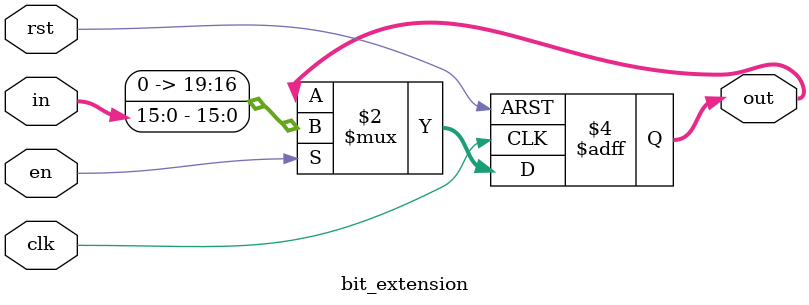
<source format=sv>
`timescale 1ns / 1ps


module bit_extension
    #(
    parameter int WIDTH=16,
    parameter int NEW_WIDTH=20
    )
   (
    input logic              clk,
    input logic              rst,
    input logic              en,
    input logic [WIDTH-1:0]  in,
    output logic [NEW_WIDTH-1:0] out
    );
   
   always_ff @(posedge clk or posedge rst) begin
      if (rst)
        out <= NEW_WIDTH'(0);

      // Registers typically have an enable or a load signal which must be
      // asserted for the output to change. We can implement this by simply
      // checking if the enable is asserted on a rising clock edge.
      else if (en) 
        out <= NEW_WIDTH'(in);      
   end 
   
endmodule

</source>
